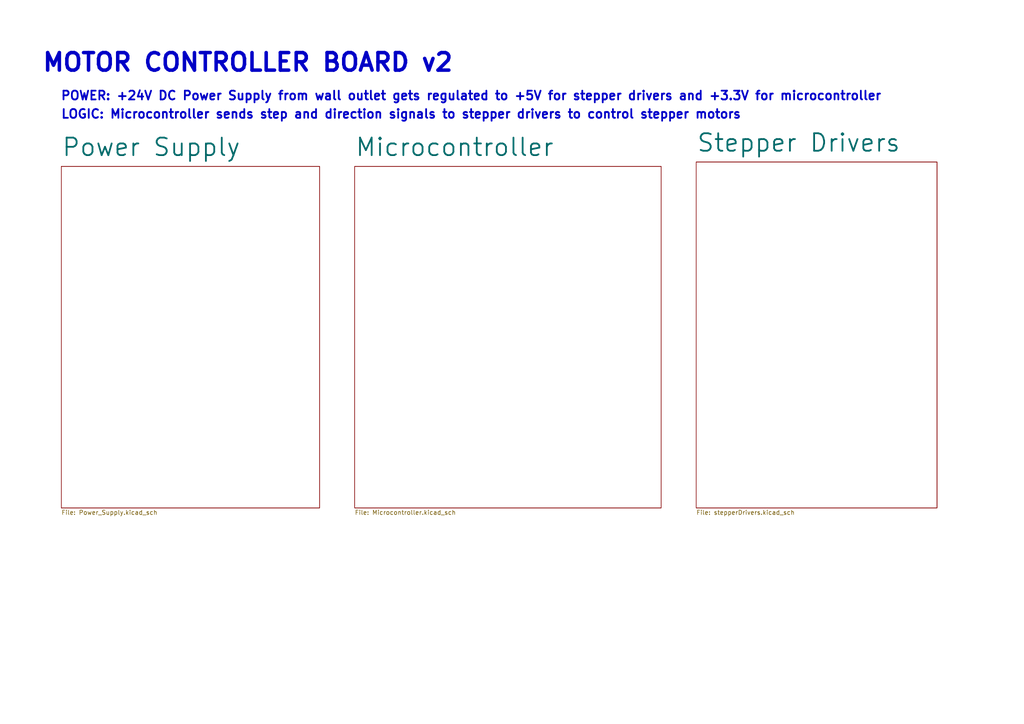
<source format=kicad_sch>
(kicad_sch
	(version 20250114)
	(generator "eeschema")
	(generator_version "9.0")
	(uuid "2f03ad95-f17d-4603-9f9b-c868204db81c")
	(paper "A4")
	(title_block
		(title "Motor Controller Board")
		(date "2025-05-05")
		(rev "v1")
		(company "University of California, Santa Cruz")
	)
	(lib_symbols)
	(text "POWER: +24V DC Power Supply from wall outlet gets regulated to +5V for stepper drivers and +3.3V for microcontroller"
		(exclude_from_sim no)
		(at 136.652 27.94 0)
		(effects
			(font
				(size 2.54 2.54)
				(thickness 0.508)
				(bold yes)
			)
		)
		(uuid "9b394c4d-b85f-459e-b97d-a2b4adc08150")
	)
	(text "LOGIC: Microcontroller sends step and direction signals to stepper drivers to control stepper motors"
		(exclude_from_sim no)
		(at 116.332 33.274 0)
		(effects
			(font
				(size 2.54 2.54)
				(thickness 0.508)
				(bold yes)
			)
		)
		(uuid "c3711699-b198-4f1e-8836-e10716776244")
	)
	(text "MOTOR CONTROLLER BOARD v2"
		(exclude_from_sim no)
		(at 71.882 18.288 0)
		(effects
			(font
				(size 5.08 5.08)
				(thickness 1.016)
				(bold yes)
			)
		)
		(uuid "d38e934e-c9ff-40a8-84c6-900a8d009a06")
	)
	(sheet
		(at 17.78 48.26)
		(size 74.93 99.06)
		(exclude_from_sim no)
		(in_bom yes)
		(on_board yes)
		(dnp no)
		(fields_autoplaced yes)
		(stroke
			(width 0.1524)
			(type solid)
		)
		(fill
			(color 0 0 0 0.0000)
		)
		(uuid "1132a342-589f-4523-a20b-cee7da5a1aed")
		(property "Sheetname" "Power Supply"
			(at 17.78 45.6434 0)
			(effects
				(font
					(size 5.08 5.08)
					(thickness 0.508)
					(bold yes)
				)
				(justify left bottom)
			)
		)
		(property "Sheetfile" "Power_Supply.kicad_sch"
			(at 17.78 147.9046 0)
			(effects
				(font
					(size 1.27 1.27)
				)
				(justify left top)
			)
		)
		(instances
			(project "Motor_Controller_Board_v1"
				(path "/2f03ad95-f17d-4603-9f9b-c868204db81c"
					(page "2")
				)
			)
		)
	)
	(sheet
		(at 102.87 48.26)
		(size 88.9 99.06)
		(exclude_from_sim no)
		(in_bom yes)
		(on_board yes)
		(dnp no)
		(fields_autoplaced yes)
		(stroke
			(width 0.1524)
			(type solid)
		)
		(fill
			(color 0 0 0 0.0000)
		)
		(uuid "41c029e7-cf72-41c6-b200-264a704f7fea")
		(property "Sheetname" "Microcontroller"
			(at 102.87 45.6434 0)
			(effects
				(font
					(size 5.08 5.08)
					(thickness 0.508)
					(bold yes)
				)
				(justify left bottom)
			)
		)
		(property "Sheetfile" "Microcontroller.kicad_sch"
			(at 102.87 147.9046 0)
			(effects
				(font
					(size 1.27 1.27)
				)
				(justify left top)
			)
		)
		(instances
			(project "Motor_Controller_Board_v1"
				(path "/2f03ad95-f17d-4603-9f9b-c868204db81c"
					(page "3")
				)
			)
		)
	)
	(sheet
		(at 201.93 46.99)
		(size 69.85 100.33)
		(exclude_from_sim no)
		(in_bom yes)
		(on_board yes)
		(dnp no)
		(fields_autoplaced yes)
		(stroke
			(width 0.1524)
			(type solid)
		)
		(fill
			(color 0 0 0 0.0000)
		)
		(uuid "de697c7d-15b2-499b-acfa-e9ff24654033")
		(property "Sheetname" "Stepper Drivers"
			(at 201.93 44.3734 0)
			(effects
				(font
					(size 5.08 5.08)
					(thickness 0.508)
					(bold yes)
				)
				(justify left bottom)
			)
		)
		(property "Sheetfile" "stepperDrivers.kicad_sch"
			(at 201.93 147.9046 0)
			(effects
				(font
					(size 1.27 1.27)
				)
				(justify left top)
			)
		)
		(instances
			(project "Motor_Controller_Board_v1"
				(path "/2f03ad95-f17d-4603-9f9b-c868204db81c"
					(page "4")
				)
			)
		)
	)
	(sheet_instances
		(path "/"
			(page "1")
		)
	)
	(embedded_fonts no)
)

</source>
